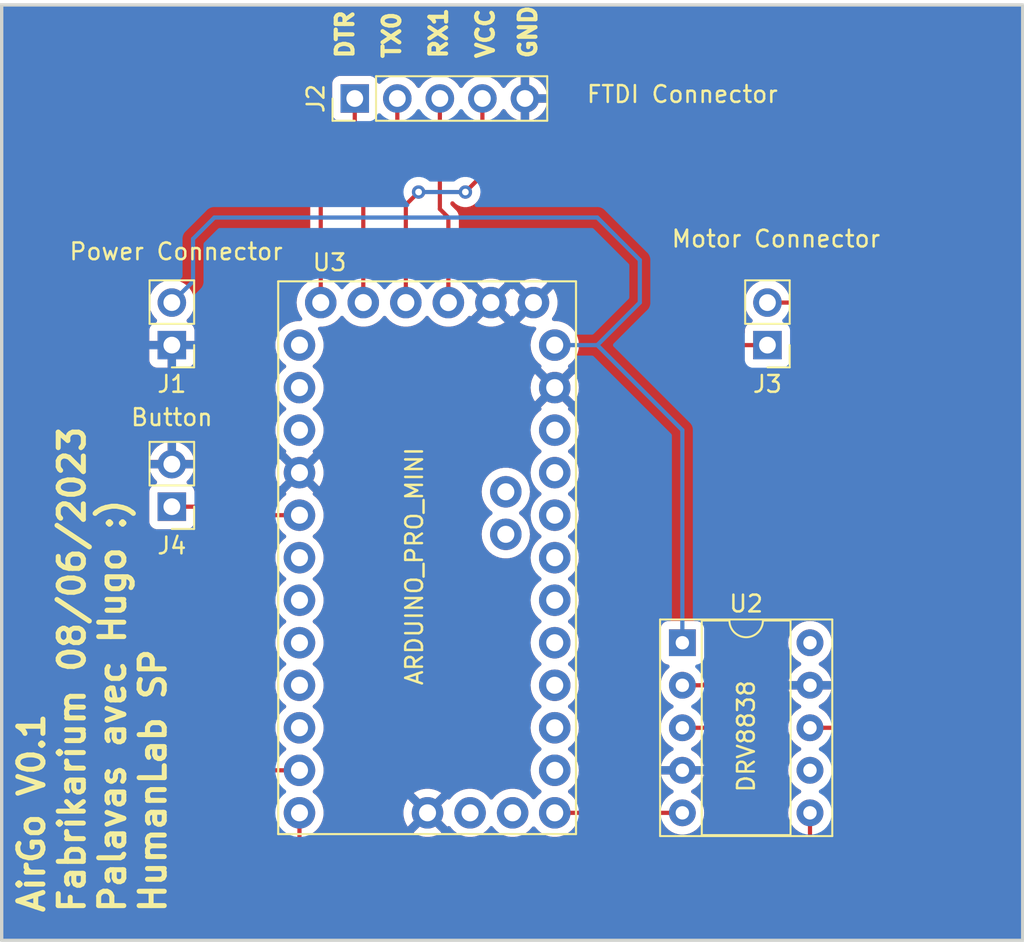
<source format=kicad_pcb>
(kicad_pcb (version 20221018) (generator pcbnew)
  (layers (0 "F.Cu" signal) (31 "B.Cu" signal) (34 "B.Paste" user) (35 "F.Paste" user) (36 "B.SilkS" user "B.Silkscreen") (37 "F.SilkS" user "F.Silkscreen") (38 "B.Mask" user) (39 "F.Mask" user) (44 "Edge.Cuts" user))
  (net 0 "")
  (net 1 "Net-(J1-Pin_2)")
  (net 2 "Net-(J3-Pin_1)")
  (net 3 "Net-(J3-Pin_2)")
  (net 4 "GND")
  (net 5 "Net-(U2-EN)")
  (net 6 "Net-(U2-PH)")
  (net 8 "Net-(U2-VCC)")
  (net 9 "Net-(J2-Pin_1)")
  (net 10 "Net-(J2-Pin_2)")
  (net 11 "Net-(J2-Pin_3)")
  (net 12 "Net-(J2-Pin_4)")
  (net 32 "Net-(J4-Pin_1)")
  (footprint "Connector_PinHeader_2.54mm:PinHeader_1x02_P2.54mm_Vertical" (layer "F.Cu") (at 101.6 60.96 180)
    (fp_text reference "J1" (at 0 -2.33) (layer "F.SilkS"))
    (fp_text value "Power Connector" (at -0.254 5.588) (layer "F.SilkS"))
    (fp_line (start -1.33 -1.33) (end 0 -1.33) (stroke (width 0.12)) (layer "F.SilkS"))
    (fp_line (start -1.33 0) (end -1.33 -1.33) (stroke (width 0.12)) (layer "F.SilkS"))
    (fp_line (start -1.33 1.27) (end -1.33 3.87) (stroke (width 0.12)) (layer "F.SilkS"))
    (fp_line (start -1.33 1.27) (end 1.33 1.27) (stroke (width 0.12)) (layer "F.SilkS"))
    (fp_line (start -1.33 3.87) (end 1.33 3.87) (stroke (width 0.12)) (layer "F.SilkS"))
    (fp_line (start 1.33 1.27) (end 1.33 3.87) (stroke (width 0.12)) (layer "F.SilkS"))
    (pad "1" thru_hole rect (at 0 0 180) (size 1.7 1.7) (drill 1) (layers "*.Cu" "*.Mask") (net 4 "GND"))
    (pad "2" thru_hole oval (at 0 2.54 180) (size 1.7 1.7) (drill 1) (layers "*.Cu" "*.Mask") (net 1 "Net-(J1-Pin_2)"))
  )
  (footprint "Connector_PinHeader_2.54mm:PinHeader_1x05_P2.54mm_Vertical" (layer "F.Cu") (at 112.522 46.228 90)
    (fp_text reference "J2" (at 0 -2.33 90) (layer "F.SilkS"))
    (fp_text value "FTDI Connector" hide)
    (fp_line (start -1.33 -1.33) (end 0 -1.33) (stroke (width 0.12)) (layer "F.SilkS"))
    (fp_line (start -1.33 0) (end -1.33 -1.33) (stroke (width 0.12)) (layer "F.SilkS"))
    (fp_line (start -1.33 1.27) (end -1.33 11.49) (stroke (width 0.12)) (layer "F.SilkS"))
    (fp_line (start -1.33 1.27) (end 1.33 1.27) (stroke (width 0.12)) (layer "F.SilkS"))
    (fp_line (start -1.33 11.49) (end 1.33 11.49) (stroke (width 0.12)) (layer "F.SilkS"))
    (fp_line (start 1.33 1.27) (end 1.33 11.49) (stroke (width 0.12)) (layer "F.SilkS"))
    (pad "1" thru_hole rect (at 0 0 90) (size 1.7 1.7) (drill 1) (layers "*.Cu" "*.Mask") (net 9 "Net-(J2-Pin_1)"))
    (pad "2" thru_hole oval (at 0 2.54 90) (size 1.7 1.7) (drill 1) (layers "*.Cu" "*.Mask") (net 10 "Net-(J2-Pin_2)"))
    (pad "3" thru_hole oval (at 0 5.08 90) (size 1.7 1.7) (drill 1) (layers "*.Cu" "*.Mask") (net 11 "Net-(J2-Pin_3)"))
    (pad "4" thru_hole oval (at 0 7.62 90) (size 1.7 1.7) (drill 1) (layers "*.Cu" "*.Mask") (net 12 "Net-(J2-Pin_4)"))
    (pad "5" thru_hole oval (at 0 10.16 90) (size 1.7 1.7) (drill 1) (layers "*.Cu" "*.Mask") (net 4 "GND"))
  )
  (footprint "Connector_PinHeader_2.54mm:PinHeader_1x02_P2.54mm_Vertical" (layer "F.Cu") (at 137.16 60.96 180)
    (fp_text reference "J3" (at 0 -2.33) (layer "F.SilkS"))
    (fp_text value "Motor Connector" (at -0.508 6.35) (layer "F.SilkS"))
    (fp_text user "FTDI Connector" (at 5.08 14.986) (layer "F.SilkS"))
    (fp_line (start -1.33 -1.33) (end 0 -1.33) (stroke (width 0.12)) (layer "F.SilkS"))
    (fp_line (start -1.33 0) (end -1.33 -1.33) (stroke (width 0.12)) (layer "F.SilkS"))
    (fp_line (start -1.33 1.27) (end -1.33 3.87) (stroke (width 0.12)) (layer "F.SilkS"))
    (fp_line (start -1.33 1.27) (end 1.33 1.27) (stroke (width 0.12)) (layer "F.SilkS"))
    (fp_line (start -1.33 3.87) (end 1.33 3.87) (stroke (width 0.12)) (layer "F.SilkS"))
    (fp_line (start 1.33 1.27) (end 1.33 3.87) (stroke (width 0.12)) (layer "F.SilkS"))
    (pad "1" thru_hole rect (at 0 0 180) (size 1.7 1.7) (drill 1) (layers "*.Cu" "*.Mask") (net 2 "Net-(J3-Pin_1)"))
    (pad "2" thru_hole oval (at 0 2.54 180) (size 1.7 1.7) (drill 1) (layers "*.Cu" "*.Mask") (net 3 "Net-(J3-Pin_2)"))
  )
  (footprint "ARDUINO_PRO_MINI:MODULE_ARDUINO_PRO_MINI" (layer "F.Cu") (at 116.84 73.66)
    (fp_text reference "U3" (at -5.825 -17.635) (layer "F.SilkS"))
    (fp_text value "ARDUINO_PRO_MINI" (at -0.762 0.508 90) (layer "F.SilkS"))
    (fp_line (start -8.89 -16.51) (end -8.89 16.51) (stroke (width 0.127)) (layer "F.SilkS"))
    (fp_line (start -8.89 16.51) (end 8.89 16.51) (stroke (width 0.127)) (layer "F.SilkS"))
    (fp_line (start 8.89 -16.51) (end -8.89 -16.51) (stroke (width 0.127)) (layer "F.SilkS"))
    (fp_line (start 8.89 16.51) (end 8.89 -16.51) (stroke (width 0.127)) (layer "F.SilkS"))
    (pad "JP1_1" thru_hole circle (at -6.35 -15.24) (size 1.8796 1.8796) (drill 1.016) (layers "*.Cu" "*.Mask") (net 9 "Net-(J2-Pin_1)"))
    (pad "JP1_2" thru_hole circle (at -3.81 -15.24) (size 1.8796 1.8796) (drill 1.016) (layers "*.Cu" "*.Mask") (net 10 "Net-(J2-Pin_2)"))
    (pad "JP1_3" thru_hole circle (at 1.27 -15.24) (size 1.8796 1.8796) (drill 1.016) (layers "*.Cu" "*.Mask") (net 11 "Net-(J2-Pin_3)"))
    (pad "JP1_4" thru_hole circle (at -1.27 -15.24) (size 1.8796 1.8796) (drill 1.016) (layers "*.Cu" "*.Mask") (net 12 "Net-(J2-Pin_4)"))
    (pad "JP1_5" thru_hole circle (at 3.81 -15.24) (size 1.8796 1.8796) (drill 1.016) (layers "*.Cu" "*.Mask") (net 4 "GND"))
    (pad "JP1_6" thru_hole circle (at 6.35 -15.24) (size 1.8796 1.8796) (drill 1.016) (layers "*.Cu" "*.Mask") (net 4 "GND"))
    (pad "JP2_1" thru_hole circle (at 4.699 -1.397) (size 1.8796 1.8796) (drill 1.016) (layers "*.Cu" "*.Mask"))
    (pad "JP2_2" thru_hole circle (at 4.699 -3.937) (size 1.8796 1.8796) (drill 1.016) (layers "*.Cu" "*.Mask"))
    (pad "JP6_1" thru_hole circle (at 7.62 -12.7) (size 1.8796 1.8796) (drill 1.016) (layers "*.Cu" "*.Mask") (net 1 "Net-(J1-Pin_2)"))
    (pad "JP6_2" thru_hole circle (at 7.62 -10.16) (size 1.8796 1.8796) (drill 1.016) (layers "*.Cu" "*.Mask") (net 4 "GND"))
    (pad "JP6_3" thru_hole circle (at 7.62 -7.62) (size 1.8796 1.8796) (drill 1.016) (layers "*.Cu" "*.Mask"))
    (pad "JP6_4" thru_hole circle (at 7.62 -5.08) (size 1.8796 1.8796) (drill 1.016) (layers "*.Cu" "*.Mask"))
    (pad "JP6_5" thru_hole circle (at 7.62 -2.54) (size 1.8796 1.8796) (drill 1.016) (layers "*.Cu" "*.Mask"))
    (pad "JP6_6" thru_hole circle (at 7.62 0) (size 1.8796 1.8796) (drill 1.016) (layers "*.Cu" "*.Mask"))
    (pad "JP6_7" thru_hole circle (at 7.62 2.54) (size 1.8796 1.8796) (drill 1.016) (layers "*.Cu" "*.Mask"))
    (pad "JP6_8" thru_hole circle (at 7.62 5.08) (size 1.8796 1.8796) (drill 1.016) (layers "*.Cu" "*.Mask"))
    (pad "JP6_9" thru_hole circle (at 7.62 7.62) (size 1.8796 1.8796) (drill 1.016) (layers "*.Cu" "*.Mask"))
    (pad "JP6_10" thru_hole circle (at 2.5654 15.24 90) (size 1.8796 1.8796) (drill 1.016) (layers "*.Cu" "*.Mask"))
    (pad "JP6_10" thru_hole circle (at 7.62 10.16) (size 1.8796 1.8796) (drill 1.016) (layers "*.Cu" "*.Mask"))
    (pad "JP6_11" thru_hole circle (at 5.1054 15.24 90) (size 1.8796 1.8796) (drill 1.016) (layers "*.Cu" "*.Mask"))
    (pad "JP6_11" thru_hole circle (at 7.62 12.7) (size 1.8796 1.8796) (drill 1.016) (layers "*.Cu" "*.Mask"))
    (pad "JP6_12" thru_hole circle (at 7.62 15.24) (size 1.8796 1.8796) (drill 1.016) (layers "*.Cu" "*.Mask") (net 5 "Net-(U2-EN)"))
    (pad "JP7_1" thru_hole circle (at -7.62 15.24) (size 1.8796 1.8796) (drill 1.016) (layers "*.Cu" "*.Mask") (net 6 "Net-(U2-PH)"))
    (pad "JP7_2" thru_hole circle (at -7.62 12.7) (size 1.8796 1.8796) (drill 1.016) (layers "*.Cu" "*.Mask") (net 8 "Net-(U2-VCC)"))
    (pad "JP7_3" thru_hole circle (at -7.62 10.16) (size 1.8796 1.8796) (drill 1.016) (layers "*.Cu" "*.Mask"))
    (pad "JP7_4" thru_hole circle (at -7.62 7.62) (size 1.8796 1.8796) (drill 1.016) (layers "*.Cu" "*.Mask"))
    (pad "JP7_5" thru_hole circle (at -7.62 5.08) (size 1.8796 1.8796) (drill 1.016) (layers "*.Cu" "*.Mask"))
    (pad "JP7_6" thru_hole circle (at -7.62 2.54) (size 1.8796 1.8796) (drill 1.016) (layers "*.Cu" "*.Mask"))
    (pad "JP7_7" thru_hole circle (at -7.62 0) (size 1.8796 1.8796) (drill 1.016) (layers "*.Cu" "*.Mask"))
    (pad "JP7_8" thru_hole circle (at -7.62 -2.54) (size 1.8796 1.8796) (drill 1.016) (layers "*.Cu" "*.Mask") (net 32 "Net-(J4-Pin_1)"))
    (pad "JP7_9" thru_hole circle (at -7.62 -5.08) (size 1.8796 1.8796) (drill 1.016) (layers "*.Cu" "*.Mask") (net 4 "GND"))
    (pad "JP7_9" thru_hole circle (at 0.0254 15.24 90) (size 1.8796 1.8796) (drill 1.016) (layers "*.Cu" "*.Mask") (net 4 "GND"))
    (pad "JP7_10" thru_hole circle (at -7.62 -7.62) (size 1.8796 1.8796) (drill 1.016) (layers "*.Cu" "*.Mask"))
    (pad "JP7_11" thru_hole circle (at -7.62 -10.16) (size 1.8796 1.8796) (drill 1.016) (layers "*.Cu" "*.Mask"))
    (pad "JP7_12" thru_hole circle (at -7.62 -12.7) (size 1.8796 1.8796) (drill 1.016) (layers "*.Cu" "*.Mask"))
  )
  (footprint "Package_DIP:DIP-10_W7.62mm_Socket" (layer "F.Cu") (at 132.08 78.74)
    (fp_text reference "U2" (at 3.81 -2.33) (layer "F.SilkS"))
    (fp_text value "DRV8838" (at 3.81 5.588 90) (layer "F.SilkS"))
    (fp_line (start -1.33 -1.39) (end -1.33 11.55) (stroke (width 0.12)) (layer "F.SilkS"))
    (fp_line (start -1.33 11.55) (end 8.95 11.55) (stroke (width 0.12)) (layer "F.SilkS"))
    (fp_line (start 1.16 -1.33) (end 1.16 11.49) (stroke (width 0.12)) (layer "F.SilkS"))
    (fp_line (start 1.16 11.49) (end 6.46 11.49) (stroke (width 0.12)) (layer "F.SilkS"))
    (fp_line (start 2.81 -1.33) (end 1.16 -1.33) (stroke (width 0.12)) (layer "F.SilkS"))
    (fp_line (start 6.46 -1.33) (end 4.81 -1.33) (stroke (width 0.12)) (layer "F.SilkS"))
    (fp_line (start 6.46 11.49) (end 6.46 -1.33) (stroke (width 0.12)) (layer "F.SilkS"))
    (fp_line (start 8.95 -1.39) (end -1.33 -1.39) (stroke (width 0.12)) (layer "F.SilkS"))
    (fp_line (start 8.95 11.55) (end 8.95 -1.39) (stroke (width 0.12)) (layer "F.SilkS"))
    (fp_arc (start 4.81 -1.33) (mid 3.81 -0.33) (end 2.81 -1.33) (stroke (width 0.12)) (layer "F.SilkS"))
    (pad "1" thru_hole rect (at 0 0) (size 1.6 1.6) (drill 0.8) (layers "*.Cu" "*.Mask") (net 1 "Net-(J1-Pin_2)"))
    (pad "2" thru_hole oval (at 0 2.54) (size 1.6 1.6) (drill 0.8) (layers "*.Cu" "*.Mask") (net 2 "Net-(J3-Pin_1)"))
    (pad "3" thru_hole oval (at 0 5.08) (size 1.6 1.6) (drill 0.8) (layers "*.Cu" "*.Mask") (net 3 "Net-(J3-Pin_2)"))
    (pad "4" thru_hole oval (at 0 7.62) (size 1.6 1.6) (drill 0.8) (layers "*.Cu" "*.Mask") (net 4 "GND"))
    (pad "5" thru_hole oval (at 0 10.16) (size 1.6 1.6) (drill 0.8) (layers "*.Cu" "*.Mask") (net 5 "Net-(U2-EN)"))
    (pad "6" thru_hole oval (at 7.62 10.16) (size 1.6 1.6) (drill 0.8) (layers "*.Cu" "*.Mask") (net 6 "Net-(U2-PH)"))
    (pad "7" thru_hole oval (at 7.62 7.62) (size 1.6 1.6) (drill 0.8) (layers "*.Cu" "*.Mask"))
    (pad "8" thru_hole oval (at 7.62 5.08) (size 1.6 1.6) (drill 0.8) (layers "*.Cu" "*.Mask") (net 8 "Net-(U2-VCC)"))
    (pad "9" thru_hole oval (at 7.62 2.54) (size 1.6 1.6) (drill 0.8) (layers "*.Cu" "*.Mask") (net 4 "GND"))
    (pad "10" thru_hole oval (at 7.62 0) (size 1.6 1.6) (drill 0.8) (layers "*.Cu" "*.Mask"))
  )
  (footprint "Connector_PinHeader_2.54mm:PinHeader_1x02_P2.54mm_Vertical" (layer "F.Cu") (at 101.6 70.612 180)
    (fp_text reference "J4" (at 0 -2.33) (layer "F.SilkS"))
    (fp_text value "Button" (at 0 5.334) (layer "F.SilkS"))
    (fp_line (start -1.33 -1.33) (end 0 -1.33) (stroke (width 0.12)) (layer "F.SilkS"))
    (fp_line (start -1.33 0) (end -1.33 -1.33) (stroke (width 0.12)) (layer "F.SilkS"))
    (fp_line (start -1.33 1.27) (end -1.33 3.87) (stroke (width 0.12)) (layer "F.SilkS"))
    (fp_line (start -1.33 1.27) (end 1.33 1.27) (stroke (width 0.12)) (layer "F.SilkS"))
    (fp_line (start -1.33 3.87) (end 1.33 3.87) (stroke (width 0.12)) (layer "F.SilkS"))
    (fp_line (start 1.33 1.27) (end 1.33 3.87) (stroke (width 0.12)) (layer "F.SilkS"))
    (pad "1" thru_hole rect (at 0 0 180) (size 1.7 1.7) (drill 1) (layers "*.Cu" "*.Mask") (net 32 "Net-(J4-Pin_1)"))
    (pad "2" thru_hole oval (at 0 2.54 180) (size 1.7 1.7) (drill 1) (layers "*.Cu" "*.Mask") (net 4 "GND"))
  )
  (gr_rect (start 91.44 40.64) (end 152.4 96.52) (stroke (width 0.2)) (fill none) (layer "Edge.Cuts"))
  (gr_text "GND" (at 123.444 43.942 90) (layer "F.SilkS") (effects (font (size 1 1) (thickness 0.25) bold) (justify left bottom)))
  (gr_text "TX0" (at 115.316 43.942 90) (layer "F.SilkS") (effects (font (size 1 1) (thickness 0.25) bold) (justify left bottom)))
  (gr_text "VCC" (at 120.904 43.942 90) (layer "F.SilkS") (effects (font (size 1 1) (thickness 0.25) bold) (justify left bottom)))
  (gr_text "RX1" (at 118.11 43.942 90) (layer "F.SilkS") (effects (font (size 1 1) (thickness 0.25) bold) (justify left bottom)))
  (gr_text "AirGo V0.1\nFabrikarium 08/06/2023\nPalavas avec Hugo :)\nHumanLab SP" (at 101.346 94.996 90) (layer "F.SilkS") (effects (font (size 1.5 1.5) (thickness 0.3) bold) (justify left bottom)))
  (gr_text "DTR" (at 112.522 43.942 90) (layer "F.SilkS") (effects (font (size 1 1) (thickness 0.25) bold) (justify left bottom)))
  (segment (start 104.14 53.34) (end 127 53.34) (width 0.25) (layer "B.Cu") (net 1))
  (segment (start 129.54 55.88) (end 129.54 58.42) (width 0.25) (layer "B.Cu") (net 1))
  (segment (start 132.08 66.04) (end 132.08 78.74) (width 0.25) (layer "B.Cu") (net 1))
  (segment (start 127 60.96) (end 132.08 66.04) (width 0.25) (layer "B.Cu") (net 1))
  (segment (start 102.8648 54.6152) (end 104.14 53.34) (width 0.25) (layer "B.Cu") (net 1))
  (segment (start 127 53.34) (end 129.54 55.88) (width 0.25) (layer "B.Cu") (net 1))
  (segment (start 127 60.96) (end 124.46 60.96) (width 0.25) (layer "B.Cu") (net 1))
  (segment (start 129.54 58.42) (end 127 60.96) (width 0.25) (layer "B.Cu") (net 1))
  (segment (start 101.6 58.42) (end 102.8648 57.1552) (width 0.25) (layer "B.Cu") (net 1))
  (segment (start 102.8648 57.1552) (end 102.8648 54.6152) (width 0.25) (layer "B.Cu") (net 1))
  (segment (start 134.112 62.484) (end 135.636 60.96) (width 0.25) (layer "F.Cu") (net 2))
  (segment (start 133.35 81.28) (end 134.112 80.518) (width 0.25) (layer "F.Cu") (net 2))
  (segment (start 135.636 60.96) (end 137.16 60.96) (width 0.25) (layer "F.Cu") (net 2))
  (segment (start 132.08 81.28) (end 133.35 81.28) (width 0.25) (layer "F.Cu") (net 2))
  (segment (start 134.112 80.518) (end 134.112 62.484) (width 0.25) (layer "F.Cu") (net 2))
  (segment (start 134.366 83.82) (end 135.382 82.804) (width 0.25) (layer "F.Cu") (net 3))
  (segment (start 140.208 59.69) (end 138.938 58.42) (width 0.25) (layer "F.Cu") (net 3))
  (segment (start 137.16 63.246) (end 139.446 63.246) (width 0.25) (layer "F.Cu") (net 3))
  (segment (start 140.208 62.484) (end 140.208 59.69) (width 0.25) (layer "F.Cu") (net 3))
  (segment (start 135.382 82.804) (end 135.382 65.024) (width 0.25) (layer "F.Cu") (net 3))
  (segment (start 139.446 63.246) (end 140.208 62.484) (width 0.25) (layer "F.Cu") (net 3))
  (segment (start 138.938 58.42) (end 137.16 58.42) (width 0.25) (layer "F.Cu") (net 3))
  (segment (start 132.08 83.82) (end 134.366 83.82) (width 0.25) (layer "F.Cu") (net 3))
  (segment (start 135.382 65.024) (end 137.16 63.246) (width 0.25) (layer "F.Cu") (net 3))
  (segment (start 132.08 88.9) (end 124.46 88.9) (width 0.25) (layer "F.Cu") (net 5))
  (segment (start 139.7 92.964) (end 138.176 94.488) (width 0.25) (layer "F.Cu") (net 6))
  (segment (start 138.176 94.488) (end 110.49 94.488) (width 0.25) (layer "F.Cu") (net 6))
  (segment (start 110.49 94.488) (end 109.22 93.218) (width 0.25) (layer "F.Cu") (net 6))
  (segment (start 109.22 93.218) (end 109.22 88.9) (width 0.25) (layer "F.Cu") (net 6))
  (segment (start 139.7 88.9) (end 139.7 92.964) (width 0.25) (layer "F.Cu") (net 6))
  (segment (start 107.442 95.758) (end 106.68 94.996) (width 0.25) (layer "F.Cu") (net 8))
  (segment (start 106.68 94.996) (end 106.68 87.122) (width 0.25) (layer "F.Cu") (net 8))
  (segment (start 142.24 83.82) (end 142.748 84.328) (width 0.25) (layer "F.Cu") (net 8))
  (segment (start 107.442 86.36) (end 109.22 86.36) (width 0.25) (layer "F.Cu") (net 8))
  (segment (start 106.68 87.122) (end 107.442 86.36) (width 0.25) (layer "F.Cu") (net 8))
  (segment (start 139.7 83.82) (end 142.24 83.82) (width 0.25) (layer "F.Cu") (net 8))
  (segment (start 142.748 94.742) (end 141.732 95.758) (width 0.25) (layer "F.Cu") (net 8))
  (segment (start 142.748 84.328) (end 142.748 94.742) (width 0.25) (layer "F.Cu") (net 8))
  (segment (start 141.732 95.758) (end 107.442 95.758) (width 0.25) (layer "F.Cu") (net 8))
  (segment (start 112.522 46.228) (end 112.522 50.292) (width 0.25) (layer "F.Cu") (net 9))
  (segment (start 110.49 52.324) (end 110.49 58.42) (width 0.25) (layer "F.Cu") (net 9))
  (segment (start 112.522 50.292) (end 110.49 52.324) (width 0.25) (layer "F.Cu") (net 9))
  (segment (start 115.062 46.228) (end 115.062 50.546) (width 0.25) (layer "F.Cu") (net 10))
  (segment (start 115.062 50.546) (end 113.03 52.578) (width 0.25) (layer "F.Cu") (net 10))
  (segment (start 113.03 52.578) (end 113.03 58.42) (width 0.25) (layer "F.Cu") (net 10))
  (segment (start 118.11 53.34) (end 118.11 58.42) (width 0.25) (layer "F.Cu") (net 11))
  (segment (start 117.602 46.228) (end 117.602 52.832) (width 0.25) (layer "F.Cu") (net 11))
  (segment (start 117.602 52.832) (end 118.11 53.34) (width 0.25) (layer "F.Cu") (net 11))
  (segment (start 115.57 52.578) (end 115.57 58.42) (width 0.25) (layer "F.Cu") (net 12))
  (segment (start 116.332 51.816) (end 115.57 52.578) (width 0.25) (layer "F.Cu") (net 12))
  (segment (start 120.142 50.8) (end 119.126 51.816) (width 0.25) (layer "F.Cu") (net 12))
  (segment (start 120.142 46.228) (end 120.142 50.8) (width 0.25) (layer "F.Cu") (net 12))
  (via (at 119.126 51.816) (size 0.8) (drill 0.4) (layers "F.Cu" "B.Cu") (net 12))
  (via (at 116.332 51.816) (size 0.8) (drill 0.4) (layers "F.Cu" "B.Cu") (net 12))
  (segment (start 119.126 51.816) (end 116.332 51.816) (width 0.25) (layer "B.Cu") (net 12))
  (segment (start 104.902 70.612) (end 105.41 71.12) (width 0.25) (layer "F.Cu") (net 32))
  (segment (start 105.41 71.12) (end 109.22 71.12) (width 0.25) (layer "F.Cu") (net 32))
  (segment (start 101.6 70.612) (end 104.902 70.612) (width 0.25) (layer "F.Cu") (net 32))
  (zone (net 4) (net_name "GND") (layer "F.Cu") (connect_pads (clearance 0.5)) (min_thickness 0.25) (fill yes (thermal_gap 0.5) (thermal_bridge_width 0.5))
    (polygon (pts (xy 91.44 40.64) (xy 152.4 40.64) (xy 152.4 96.52) (xy 91.44 96.52)))
  )
  (zone (net 4) (net_name "GND") (layer "B.Cu") (priority 1) (connect_pads (clearance 0.5)) (min_thickness 0.25) (fill yes (thermal_gap 0.5) (thermal_bridge_width 0.5))
    (polygon (pts (xy 152.4 40.64) (xy 91.44 40.64) (xy 91.44 96.52) (xy 152.4 96.52)))
  )
)
</source>
